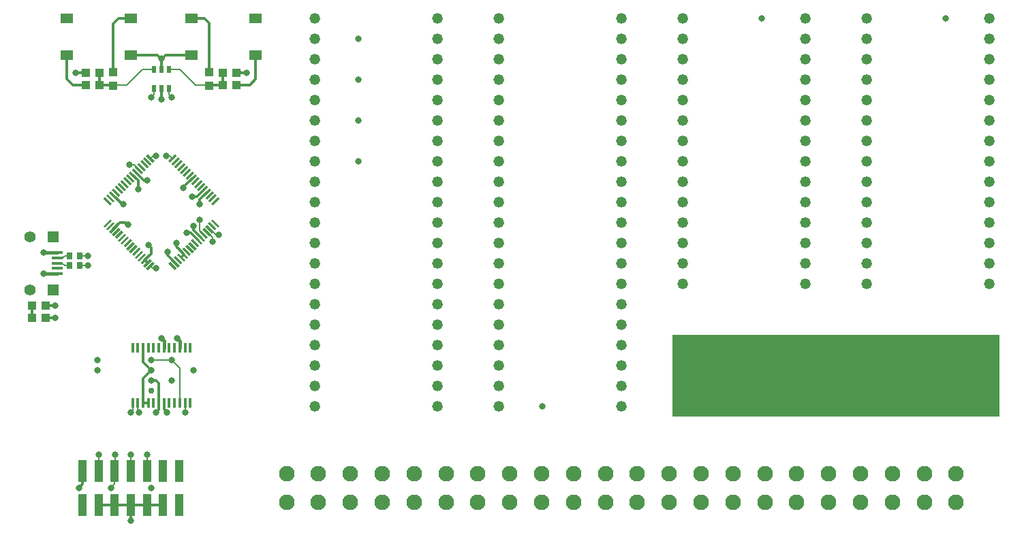
<source format=gtl>
G75*
%MOIN*%
%OFA0B0*%
%FSLAX24Y24*%
%IPPOS*%
%LPD*%
%AMOC8*
5,1,8,0,0,1.08239X$1,22.5*
%
%ADD10R,1.6000X0.4000*%
%ADD11R,0.0433X0.0394*%
%ADD12R,0.0610X0.0512*%
%ADD13C,0.0554*%
%ADD14R,0.0551X0.0551*%
%ADD15R,0.0531X0.0157*%
%ADD16R,0.0394X0.1083*%
%ADD17C,0.0768*%
%ADD18R,0.0276X0.0354*%
%ADD19R,0.0394X0.0433*%
%ADD20R,0.0157X0.0472*%
%ADD21R,0.0236X0.0354*%
%ADD22C,0.0520*%
%ADD23R,0.0472X0.0118*%
%ADD24R,0.0118X0.0472*%
%ADD25C,0.0320*%
%ADD26C,0.0080*%
%ADD27C,0.0120*%
%ADD28C,0.0160*%
%ADD29C,0.0300*%
D10*
X040500Y009160D03*
D11*
X011169Y023388D03*
X011169Y023979D03*
X010500Y023979D03*
X010500Y023388D03*
X004476Y023388D03*
X003807Y023388D03*
X003807Y023979D03*
X004476Y023979D03*
X001835Y012588D03*
X001165Y012588D03*
X001165Y011998D03*
X001835Y011998D03*
D12*
X002872Y024865D03*
X002872Y026636D03*
X006002Y026636D03*
X006002Y024865D03*
X008974Y024865D03*
X008974Y026636D03*
X012104Y026636D03*
X012104Y024865D03*
D13*
X001071Y015959D03*
X001071Y013361D03*
D14*
X002213Y013361D03*
X002213Y015959D03*
D15*
X002390Y015172D03*
X002390Y014916D03*
X002390Y014660D03*
X002390Y014404D03*
X002390Y014148D03*
D16*
X003638Y002823D03*
X004425Y002823D03*
X005213Y002823D03*
X006000Y002823D03*
X006787Y002823D03*
X007575Y002823D03*
X008362Y002823D03*
X008362Y004497D03*
X007575Y004497D03*
X006787Y004497D03*
X006000Y004497D03*
X005213Y004497D03*
X004425Y004497D03*
X003638Y004497D03*
D17*
X013620Y004360D03*
X015180Y004360D03*
X015180Y002960D03*
X013620Y002960D03*
X016740Y002960D03*
X018300Y002960D03*
X019860Y002960D03*
X021420Y002960D03*
X022980Y002960D03*
X024540Y002960D03*
X026100Y002960D03*
X027660Y002960D03*
X029220Y002960D03*
X030780Y002960D03*
X032340Y002960D03*
X033900Y002960D03*
X035460Y002960D03*
X035460Y004360D03*
X033900Y004360D03*
X032340Y004360D03*
X030780Y004360D03*
X029220Y004360D03*
X027660Y004360D03*
X026100Y004360D03*
X024540Y004360D03*
X022980Y004360D03*
X021420Y004360D03*
X019860Y004360D03*
X018300Y004360D03*
X016740Y004360D03*
X037020Y004360D03*
X038580Y004360D03*
X040140Y004360D03*
X041700Y004360D03*
X043260Y004360D03*
X044820Y004360D03*
X046380Y004360D03*
X046380Y002960D03*
X044820Y002960D03*
X043260Y002960D03*
X041700Y002960D03*
X040140Y002960D03*
X038580Y002960D03*
X037020Y002960D03*
D18*
X003506Y014560D03*
X002994Y014560D03*
X002994Y015015D03*
X003506Y015015D03*
D19*
X005126Y023349D03*
X005126Y024018D03*
X009850Y024018D03*
X009850Y023349D03*
D20*
X008907Y010506D03*
X008652Y010506D03*
X008396Y010506D03*
X008140Y010506D03*
X007884Y010506D03*
X007628Y010506D03*
X007372Y010506D03*
X007116Y010506D03*
X006860Y010506D03*
X006604Y010506D03*
X006348Y010506D03*
X006093Y010506D03*
X006093Y007814D03*
X006348Y007814D03*
X006604Y007814D03*
X006860Y007814D03*
X007116Y007814D03*
X007372Y007814D03*
X007628Y007814D03*
X007884Y007814D03*
X008140Y007814D03*
X008396Y007814D03*
X008652Y007814D03*
X008907Y007814D03*
D21*
X007874Y023231D03*
X007500Y023231D03*
X007126Y023231D03*
X007126Y024136D03*
X007500Y024136D03*
X007874Y024136D03*
D22*
X015000Y023660D03*
X015000Y022660D03*
X015000Y021660D03*
X015000Y020660D03*
X015000Y019660D03*
X015000Y018660D03*
X015000Y017660D03*
X015000Y016660D03*
X015000Y015660D03*
X015000Y014660D03*
X015000Y013660D03*
X015000Y012660D03*
X015000Y011660D03*
X015000Y010660D03*
X015000Y009660D03*
X015000Y008660D03*
X015000Y007660D03*
X021000Y007660D03*
X021000Y008660D03*
X021000Y009660D03*
X021000Y010660D03*
X021000Y011660D03*
X021000Y012660D03*
X021000Y013660D03*
X021000Y014660D03*
X021000Y015660D03*
X021000Y016660D03*
X021000Y017660D03*
X021000Y018660D03*
X021000Y019660D03*
X021000Y020660D03*
X021000Y021660D03*
X021000Y022660D03*
X021000Y023660D03*
X021000Y024660D03*
X021000Y025660D03*
X021000Y026660D03*
X024000Y026660D03*
X024000Y025660D03*
X024000Y024660D03*
X024000Y023660D03*
X024000Y022660D03*
X024000Y021660D03*
X024000Y020660D03*
X024000Y019660D03*
X024000Y018660D03*
X024000Y017660D03*
X024000Y016660D03*
X024000Y015660D03*
X024000Y014660D03*
X024000Y013660D03*
X024000Y012660D03*
X024000Y011660D03*
X024000Y010660D03*
X024000Y009660D03*
X024000Y008660D03*
X024000Y007660D03*
X030000Y007660D03*
X030000Y008660D03*
X030000Y009660D03*
X030000Y010660D03*
X030000Y011660D03*
X030000Y012660D03*
X030000Y013660D03*
X030000Y014660D03*
X030000Y015660D03*
X030000Y016660D03*
X030000Y017660D03*
X030000Y018660D03*
X030000Y019660D03*
X030000Y020660D03*
X030000Y021660D03*
X030000Y022660D03*
X030000Y023660D03*
X030000Y024660D03*
X030000Y025660D03*
X030000Y026660D03*
X033000Y026660D03*
X033000Y025660D03*
X033000Y024660D03*
X033000Y023660D03*
X033000Y022660D03*
X033000Y021660D03*
X033000Y020660D03*
X033000Y019660D03*
X033000Y018660D03*
X033000Y017660D03*
X033000Y016660D03*
X033000Y015660D03*
X033000Y014660D03*
X033000Y013660D03*
X039000Y013660D03*
X039000Y014660D03*
X039000Y015660D03*
X039000Y016660D03*
X039000Y017660D03*
X039000Y018660D03*
X039000Y019660D03*
X039000Y020660D03*
X039000Y021660D03*
X039000Y022660D03*
X039000Y023660D03*
X039000Y024660D03*
X039000Y025660D03*
X039000Y026660D03*
X042000Y026660D03*
X042000Y025660D03*
X042000Y024660D03*
X042000Y023660D03*
X042000Y022660D03*
X042000Y021660D03*
X042000Y020660D03*
X042000Y019660D03*
X042000Y018660D03*
X042000Y017660D03*
X042000Y016660D03*
X042000Y015660D03*
X042000Y014660D03*
X042000Y013660D03*
X048000Y013660D03*
X048000Y014660D03*
X048000Y015660D03*
X048000Y016660D03*
X048000Y017660D03*
X048000Y018660D03*
X048000Y019660D03*
X048000Y020660D03*
X048000Y021660D03*
X048000Y022660D03*
X048000Y023660D03*
X048000Y024660D03*
X048000Y025660D03*
X048000Y026660D03*
X015000Y026660D03*
X015000Y025660D03*
X015000Y024660D03*
D23*
G36*
X008390Y019777D02*
X008057Y019444D01*
X007974Y019527D01*
X008307Y019860D01*
X008390Y019777D01*
G37*
G36*
X008529Y019637D02*
X008196Y019304D01*
X008113Y019387D01*
X008446Y019720D01*
X008529Y019637D01*
G37*
G36*
X008668Y019498D02*
X008335Y019165D01*
X008252Y019248D01*
X008585Y019581D01*
X008668Y019498D01*
G37*
G36*
X008808Y019359D02*
X008475Y019026D01*
X008392Y019109D01*
X008725Y019442D01*
X008808Y019359D01*
G37*
G36*
X008947Y019220D02*
X008614Y018887D01*
X008531Y018970D01*
X008864Y019303D01*
X008947Y019220D01*
G37*
G36*
X009086Y019081D02*
X008753Y018748D01*
X008670Y018831D01*
X009003Y019164D01*
X009086Y019081D01*
G37*
G36*
X009225Y018941D02*
X008892Y018608D01*
X008809Y018691D01*
X009142Y019024D01*
X009225Y018941D01*
G37*
G36*
X009364Y018802D02*
X009031Y018469D01*
X008948Y018552D01*
X009281Y018885D01*
X009364Y018802D01*
G37*
G36*
X009504Y018663D02*
X009171Y018330D01*
X009088Y018413D01*
X009421Y018746D01*
X009504Y018663D01*
G37*
G36*
X009643Y018524D02*
X009310Y018191D01*
X009227Y018274D01*
X009560Y018607D01*
X009643Y018524D01*
G37*
G36*
X009782Y018385D02*
X009449Y018052D01*
X009366Y018135D01*
X009699Y018468D01*
X009782Y018385D01*
G37*
G36*
X009921Y018245D02*
X009588Y017912D01*
X009505Y017995D01*
X009838Y018328D01*
X009921Y018245D01*
G37*
G36*
X010060Y018106D02*
X009727Y017773D01*
X009644Y017856D01*
X009977Y018189D01*
X010060Y018106D01*
G37*
G36*
X010200Y017967D02*
X009867Y017634D01*
X009784Y017717D01*
X010117Y018050D01*
X010200Y017967D01*
G37*
G36*
X010339Y017828D02*
X010006Y017495D01*
X009923Y017578D01*
X010256Y017911D01*
X010339Y017828D01*
G37*
G36*
X008251Y019916D02*
X007918Y019583D01*
X007835Y019666D01*
X008168Y019999D01*
X008251Y019916D01*
G37*
G36*
X005077Y016742D02*
X004744Y016409D01*
X004661Y016492D01*
X004994Y016825D01*
X005077Y016742D01*
G37*
G36*
X005216Y016603D02*
X004883Y016270D01*
X004800Y016353D01*
X005133Y016686D01*
X005216Y016603D01*
G37*
G36*
X005356Y016464D02*
X005023Y016131D01*
X004940Y016214D01*
X005273Y016547D01*
X005356Y016464D01*
G37*
G36*
X005495Y016325D02*
X005162Y015992D01*
X005079Y016075D01*
X005412Y016408D01*
X005495Y016325D01*
G37*
G36*
X005634Y016185D02*
X005301Y015852D01*
X005218Y015935D01*
X005551Y016268D01*
X005634Y016185D01*
G37*
G36*
X005773Y016046D02*
X005440Y015713D01*
X005357Y015796D01*
X005690Y016129D01*
X005773Y016046D01*
G37*
G36*
X005912Y015907D02*
X005579Y015574D01*
X005496Y015657D01*
X005829Y015990D01*
X005912Y015907D01*
G37*
G36*
X006052Y015768D02*
X005719Y015435D01*
X005636Y015518D01*
X005969Y015851D01*
X006052Y015768D01*
G37*
G36*
X006191Y015629D02*
X005858Y015296D01*
X005775Y015379D01*
X006108Y015712D01*
X006191Y015629D01*
G37*
G36*
X006330Y015489D02*
X005997Y015156D01*
X005914Y015239D01*
X006247Y015572D01*
X006330Y015489D01*
G37*
G36*
X006469Y015350D02*
X006136Y015017D01*
X006053Y015100D01*
X006386Y015433D01*
X006469Y015350D01*
G37*
G36*
X006608Y015211D02*
X006275Y014878D01*
X006192Y014961D01*
X006525Y015294D01*
X006608Y015211D01*
G37*
G36*
X006748Y015072D02*
X006415Y014739D01*
X006332Y014822D01*
X006665Y015155D01*
X006748Y015072D01*
G37*
G36*
X006887Y014933D02*
X006554Y014600D01*
X006471Y014683D01*
X006804Y015016D01*
X006887Y014933D01*
G37*
G36*
X007026Y014793D02*
X006693Y014460D01*
X006610Y014543D01*
X006943Y014876D01*
X007026Y014793D01*
G37*
G36*
X007165Y014654D02*
X006832Y014321D01*
X006749Y014404D01*
X007082Y014737D01*
X007165Y014654D01*
G37*
D24*
G36*
X008251Y014404D02*
X008168Y014321D01*
X007835Y014654D01*
X007918Y014737D01*
X008251Y014404D01*
G37*
G36*
X008390Y014543D02*
X008307Y014460D01*
X007974Y014793D01*
X008057Y014876D01*
X008390Y014543D01*
G37*
G36*
X008529Y014683D02*
X008446Y014600D01*
X008113Y014933D01*
X008196Y015016D01*
X008529Y014683D01*
G37*
G36*
X008668Y014822D02*
X008585Y014739D01*
X008252Y015072D01*
X008335Y015155D01*
X008668Y014822D01*
G37*
G36*
X008808Y014961D02*
X008725Y014878D01*
X008392Y015211D01*
X008475Y015294D01*
X008808Y014961D01*
G37*
G36*
X008947Y015100D02*
X008864Y015017D01*
X008531Y015350D01*
X008614Y015433D01*
X008947Y015100D01*
G37*
G36*
X009086Y015239D02*
X009003Y015156D01*
X008670Y015489D01*
X008753Y015572D01*
X009086Y015239D01*
G37*
G36*
X009225Y015379D02*
X009142Y015296D01*
X008809Y015629D01*
X008892Y015712D01*
X009225Y015379D01*
G37*
G36*
X009364Y015518D02*
X009281Y015435D01*
X008948Y015768D01*
X009031Y015851D01*
X009364Y015518D01*
G37*
G36*
X009504Y015657D02*
X009421Y015574D01*
X009088Y015907D01*
X009171Y015990D01*
X009504Y015657D01*
G37*
G36*
X009643Y015796D02*
X009560Y015713D01*
X009227Y016046D01*
X009310Y016129D01*
X009643Y015796D01*
G37*
G36*
X009782Y015935D02*
X009699Y015852D01*
X009366Y016185D01*
X009449Y016268D01*
X009782Y015935D01*
G37*
G36*
X009921Y016075D02*
X009838Y015992D01*
X009505Y016325D01*
X009588Y016408D01*
X009921Y016075D01*
G37*
G36*
X010060Y016214D02*
X009977Y016131D01*
X009644Y016464D01*
X009727Y016547D01*
X010060Y016214D01*
G37*
G36*
X010200Y016353D02*
X010117Y016270D01*
X009784Y016603D01*
X009867Y016686D01*
X010200Y016353D01*
G37*
G36*
X010339Y016492D02*
X010256Y016409D01*
X009923Y016742D01*
X010006Y016825D01*
X010339Y016492D01*
G37*
G36*
X006330Y018831D02*
X006247Y018748D01*
X005914Y019081D01*
X005997Y019164D01*
X006330Y018831D01*
G37*
G36*
X006469Y018970D02*
X006386Y018887D01*
X006053Y019220D01*
X006136Y019303D01*
X006469Y018970D01*
G37*
G36*
X006608Y019109D02*
X006525Y019026D01*
X006192Y019359D01*
X006275Y019442D01*
X006608Y019109D01*
G37*
G36*
X006748Y019248D02*
X006665Y019165D01*
X006332Y019498D01*
X006415Y019581D01*
X006748Y019248D01*
G37*
G36*
X006887Y019387D02*
X006804Y019304D01*
X006471Y019637D01*
X006554Y019720D01*
X006887Y019387D01*
G37*
G36*
X007026Y019527D02*
X006943Y019444D01*
X006610Y019777D01*
X006693Y019860D01*
X007026Y019527D01*
G37*
G36*
X007165Y019666D02*
X007082Y019583D01*
X006749Y019916D01*
X006832Y019999D01*
X007165Y019666D01*
G37*
G36*
X006191Y018691D02*
X006108Y018608D01*
X005775Y018941D01*
X005858Y019024D01*
X006191Y018691D01*
G37*
G36*
X006052Y018552D02*
X005969Y018469D01*
X005636Y018802D01*
X005719Y018885D01*
X006052Y018552D01*
G37*
G36*
X005912Y018413D02*
X005829Y018330D01*
X005496Y018663D01*
X005579Y018746D01*
X005912Y018413D01*
G37*
G36*
X005773Y018274D02*
X005690Y018191D01*
X005357Y018524D01*
X005440Y018607D01*
X005773Y018274D01*
G37*
G36*
X005634Y018135D02*
X005551Y018052D01*
X005218Y018385D01*
X005301Y018468D01*
X005634Y018135D01*
G37*
G36*
X005495Y017995D02*
X005412Y017912D01*
X005079Y018245D01*
X005162Y018328D01*
X005495Y017995D01*
G37*
G36*
X005356Y017856D02*
X005273Y017773D01*
X004940Y018106D01*
X005023Y018189D01*
X005356Y017856D01*
G37*
G36*
X005216Y017717D02*
X005133Y017634D01*
X004800Y017967D01*
X004883Y018050D01*
X005216Y017717D01*
G37*
G36*
X005077Y017578D02*
X004994Y017495D01*
X004661Y017828D01*
X004744Y017911D01*
X005077Y017578D01*
G37*
D25*
X005625Y017535D03*
X005875Y016535D03*
X006875Y015535D03*
X007813Y015223D03*
X008250Y015660D03*
X008750Y016160D03*
X009063Y016473D03*
X009375Y016775D03*
X009375Y017540D03*
X009005Y017910D03*
X008563Y018348D03*
X006808Y018718D03*
X006375Y018295D03*
X005943Y019478D03*
X007250Y019910D03*
X007750Y019910D03*
X007500Y022673D03*
X007000Y022798D03*
X008000Y022798D03*
X007488Y024668D03*
X003315Y023979D03*
X011661Y023979D03*
X017125Y023660D03*
X017125Y021660D03*
X017125Y019660D03*
X010313Y016035D03*
X010000Y015723D03*
X007250Y014410D03*
X003892Y014560D03*
X003892Y015015D03*
X001750Y015172D03*
X001750Y014148D03*
X002317Y012588D03*
X002317Y011998D03*
X004375Y009910D03*
X004375Y009410D03*
X007000Y009410D03*
X007000Y009910D03*
X008000Y009910D03*
X009063Y009410D03*
X008000Y008910D03*
X007000Y008910D03*
X007232Y007345D03*
X007783Y007345D03*
X008652Y007345D03*
X006406Y007345D03*
X006012Y007345D03*
X006012Y005285D03*
X005224Y005285D03*
X004437Y005285D03*
X006799Y005285D03*
X006996Y003660D03*
X005028Y003660D03*
X003453Y003660D03*
X006000Y002035D03*
X007503Y010987D03*
X008271Y010987D03*
X026125Y007660D03*
X017125Y025660D03*
X036875Y026660D03*
X045875Y026660D03*
D26*
X010313Y016035D02*
X010156Y016035D01*
X009852Y016339D01*
X009713Y016200D02*
X010000Y015913D01*
X010000Y015723D01*
X009574Y016060D02*
X009375Y016259D01*
X009375Y016775D01*
X007126Y014410D02*
X007107Y014411D01*
X007089Y014416D01*
X007072Y014423D01*
X007055Y014433D01*
X007041Y014445D01*
X006957Y014529D01*
X007126Y014410D02*
X007250Y014410D01*
X003892Y014560D02*
X003506Y014560D01*
X002994Y014560D02*
X002764Y014560D01*
X002634Y014660D01*
X002390Y014660D01*
X002390Y014916D02*
X002657Y014916D01*
X002764Y015022D01*
X002987Y015022D01*
X003506Y015015D02*
X003892Y015015D01*
X006400Y019234D02*
X006157Y019478D01*
X005943Y019478D01*
X006957Y019791D02*
X007053Y019887D01*
X007110Y019910D02*
X007250Y019910D01*
X007110Y019910D02*
X007094Y019908D01*
X007079Y019904D01*
X007066Y019897D01*
X007053Y019887D01*
X007750Y019910D02*
X007890Y019910D01*
X007947Y019887D02*
X008043Y019791D01*
X007947Y019887D02*
X007934Y019897D01*
X007921Y019904D01*
X007906Y019908D01*
X007890Y019910D01*
X008000Y022798D02*
X007874Y022924D01*
X007874Y023231D01*
X007126Y023231D02*
X007126Y022924D01*
X007000Y022798D01*
X005815Y023388D02*
X006563Y024136D01*
X007126Y024136D01*
X007874Y024136D02*
X008413Y024136D01*
X009161Y023388D01*
X009791Y023388D01*
X005815Y023388D02*
X005283Y023388D01*
X007002Y009912D02*
X007000Y009910D01*
X008000Y009910D01*
X008396Y009516D01*
X008396Y007814D01*
X008652Y007814D02*
X008652Y007345D01*
X006406Y007345D02*
X006348Y007402D01*
X006348Y007814D01*
X006093Y007814D02*
X006093Y007426D01*
X006012Y007345D01*
X006012Y005285D02*
X006012Y004497D01*
X006000Y004497D01*
X005224Y004508D02*
X005224Y005285D01*
X004437Y005285D02*
X004437Y004497D01*
X004425Y004497D01*
X005213Y004497D02*
X005213Y003845D01*
X005028Y003660D01*
X005213Y004497D02*
X005224Y004508D01*
X006787Y004497D02*
X006799Y004497D01*
X006799Y005285D01*
D27*
X003638Y004497D02*
X003638Y003845D01*
X003453Y003660D01*
X004425Y002823D02*
X005213Y002823D01*
X006000Y002823D01*
X006000Y002035D01*
X006000Y002823D02*
X006787Y002823D01*
X007575Y002823D01*
X007783Y007345D02*
X007628Y007501D01*
X007628Y007814D01*
X007372Y007814D02*
X007372Y007535D01*
X007375Y007538D01*
X007375Y008785D01*
X007250Y008910D01*
X007000Y008910D01*
X006604Y009014D02*
X007000Y009410D01*
X006604Y009806D01*
X006604Y010506D01*
X006604Y009014D02*
X006604Y007814D01*
X006860Y007814D01*
X007372Y007535D02*
X007372Y007485D01*
X007232Y007345D01*
X002317Y011998D02*
X001835Y011998D01*
X001165Y011998D02*
X001165Y012588D01*
X001835Y012588D02*
X002317Y012588D01*
X002085Y013233D02*
X002213Y013361D01*
X002378Y014136D02*
X002390Y014148D01*
X005148Y016339D02*
X005469Y016660D01*
X005750Y016660D01*
X005875Y016535D01*
X005625Y017535D02*
X005594Y017535D01*
X005148Y017981D01*
X006375Y018295D02*
X006375Y018703D01*
X006122Y018956D01*
X006261Y019095D02*
X006638Y018718D01*
X006808Y018718D01*
X008563Y018348D02*
X008611Y018410D01*
X009017Y018816D01*
X009574Y018260D02*
X009224Y017910D01*
X009005Y017910D01*
X009375Y017782D02*
X009713Y018120D01*
X009375Y017782D02*
X009375Y017540D01*
X009063Y016473D02*
X009063Y016293D01*
X009435Y015921D01*
X009296Y015782D02*
X008918Y016160D01*
X008750Y016160D01*
X008250Y015660D02*
X008250Y015485D01*
X008285Y015400D02*
X008600Y015086D01*
X008460Y014947D01*
X008182Y014668D02*
X007813Y015038D01*
X007813Y015223D01*
X008285Y015400D02*
X008273Y015414D01*
X008263Y015431D01*
X008256Y015448D01*
X008251Y015466D01*
X008250Y015485D01*
X007000Y015410D02*
X007000Y015129D01*
X006679Y014808D01*
X006818Y014668D01*
X007000Y015410D02*
X006875Y015535D01*
X007500Y022673D02*
X007500Y023231D01*
X007488Y023121D01*
X007500Y024136D02*
X007500Y024660D01*
X007705Y024865D01*
X008974Y024865D01*
X009850Y024018D02*
X009850Y026408D01*
X009598Y026660D01*
X008998Y026660D01*
X008974Y026636D01*
X007295Y024865D02*
X006002Y024865D01*
X005126Y024018D02*
X005126Y026384D01*
X005402Y026660D01*
X005978Y026660D01*
X006002Y026636D01*
X007295Y024865D02*
X007500Y024660D01*
X009791Y023388D02*
X009850Y023349D01*
X010008Y023388D01*
X010500Y023388D01*
X010500Y023979D01*
X010500Y023388D02*
X010539Y023251D01*
X011169Y023388D02*
X011819Y023388D01*
X012104Y023674D01*
X012104Y024865D01*
X011327Y024038D02*
X011268Y024097D01*
X011169Y023979D02*
X011661Y023979D01*
X005126Y023349D02*
X005067Y023388D01*
X004476Y023388D01*
X004476Y023979D01*
X003807Y023979D02*
X003315Y023979D01*
X003650Y024038D02*
X003709Y024097D01*
X003157Y023388D02*
X002872Y023674D01*
X002872Y024865D01*
X003157Y023388D02*
X003807Y023388D01*
D28*
X002390Y015172D02*
X001750Y015172D01*
X001750Y014148D02*
X002390Y014148D01*
X007503Y010987D02*
X007628Y010862D01*
X007628Y010506D01*
X008396Y010506D02*
X008396Y010862D01*
X008271Y010987D01*
D29*
X007000Y008410D03*
M02*

</source>
